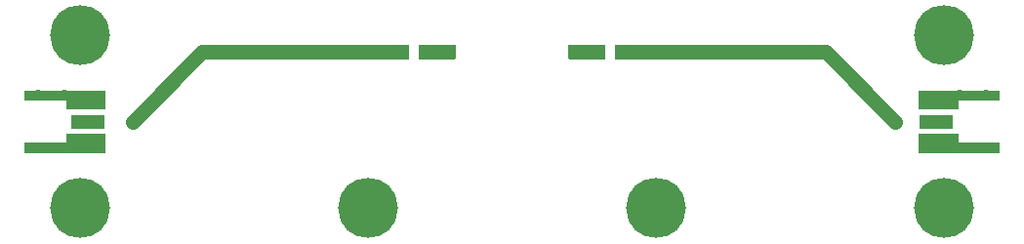
<source format=gts>
G04*
G04 #@! TF.GenerationSoftware,Altium Limited,Altium Designer,21.4.1 (30)*
G04*
G04 Layer_Color=8388736*
%FSLAX25Y25*%
%MOIN*%
G70*
G04*
G04 #@! TF.SameCoordinates,35213D09-E783-4A94-B544-0D3754CD514C*
G04*
G04*
G04 #@! TF.FilePolarity,Negative*
G04*
G01*
G75*
%ADD12R,0.11824X0.05131*%
%ADD13R,0.01800X0.01800*%
%ADD14C,0.05131*%
%ADD15C,0.20485*%
G36*
X214611Y75594D02*
X214663Y75584D01*
X214713Y75567D01*
X214759Y75544D01*
X214803Y75515D01*
X214843Y75480D01*
X214877Y75441D01*
X214906Y75397D01*
X214929Y75350D01*
X214946Y75301D01*
X214956Y75249D01*
X214960Y75197D01*
Y70866D01*
X214956Y70814D01*
X214946Y70762D01*
X214929Y70713D01*
X214906Y70666D01*
X214877Y70622D01*
X214843Y70583D01*
X214803Y70548D01*
X214759Y70519D01*
X214713Y70496D01*
X214663Y70479D01*
X214611Y70469D01*
X214559Y70465D01*
X202748D01*
X202696Y70469D01*
X202644Y70479D01*
X202595Y70496D01*
X202548Y70519D01*
X202504Y70548D01*
X202465Y70583D01*
X202430Y70622D01*
X202401Y70666D01*
X202378Y70713D01*
X202361Y70762D01*
X202351Y70814D01*
X202347Y70866D01*
Y75197D01*
X202351Y75249D01*
X202361Y75301D01*
X202378Y75350D01*
X202401Y75397D01*
X202430Y75441D01*
X202465Y75480D01*
X202504Y75515D01*
X202548Y75544D01*
X202595Y75567D01*
X202644Y75584D01*
X202696Y75594D01*
X202748Y75598D01*
X214559D01*
X214611Y75594D01*
D02*
G37*
G36*
X198863D02*
X198915Y75584D01*
X198964Y75567D01*
X199012Y75544D01*
X199055Y75515D01*
X199094Y75480D01*
X199129Y75441D01*
X199158Y75397D01*
X199181Y75350D01*
X199198Y75301D01*
X199208Y75249D01*
X199212Y75197D01*
Y70866D01*
X199208Y70814D01*
X199198Y70762D01*
X199181Y70713D01*
X199158Y70666D01*
X199129Y70622D01*
X199094Y70583D01*
X199055Y70548D01*
X199012Y70519D01*
X198964Y70496D01*
X198915Y70479D01*
X198863Y70469D01*
X198811Y70465D01*
X187000D01*
X186948Y70469D01*
X186896Y70479D01*
X186847Y70496D01*
X186800Y70519D01*
X186756Y70548D01*
X186717Y70583D01*
X186682Y70622D01*
X186653Y70666D01*
X186630Y70713D01*
X186613Y70762D01*
X186603Y70814D01*
X186599Y70866D01*
Y75197D01*
X186603Y75249D01*
X186613Y75301D01*
X186630Y75350D01*
X186653Y75397D01*
X186682Y75441D01*
X186717Y75480D01*
X186756Y75515D01*
X186800Y75544D01*
X186847Y75567D01*
X186896Y75584D01*
X186948Y75594D01*
X187000Y75598D01*
X198811D01*
X198863Y75594D01*
D02*
G37*
G36*
X147690D02*
X147742Y75584D01*
X147791Y75567D01*
X147838Y75544D01*
X147882Y75515D01*
X147921Y75480D01*
X147956Y75441D01*
X147985Y75397D01*
X148008Y75350D01*
X148025Y75301D01*
X148035Y75249D01*
X148039Y75197D01*
Y70866D01*
X148035Y70814D01*
X148025Y70762D01*
X148008Y70713D01*
X147985Y70666D01*
X147956Y70622D01*
X147921Y70583D01*
X147882Y70548D01*
X147838Y70519D01*
X147791Y70496D01*
X147742Y70479D01*
X147690Y70469D01*
X147638Y70465D01*
X135827D01*
X135775Y70469D01*
X135723Y70479D01*
X135673Y70496D01*
X135626Y70519D01*
X135583Y70548D01*
X135543Y70583D01*
X135509Y70622D01*
X135480Y70666D01*
X135456Y70713D01*
X135440Y70762D01*
X135429Y70814D01*
X135426Y70866D01*
Y75197D01*
X135429Y75249D01*
X135440Y75301D01*
X135456Y75350D01*
X135480Y75397D01*
X135509Y75441D01*
X135543Y75480D01*
X135583Y75515D01*
X135626Y75544D01*
X135673Y75567D01*
X135723Y75584D01*
X135775Y75594D01*
X135827Y75598D01*
X147638D01*
X147690Y75594D01*
D02*
G37*
G36*
X131942D02*
X131993Y75584D01*
X132043Y75567D01*
X132090Y75544D01*
X132134Y75515D01*
X132173Y75480D01*
X132208Y75441D01*
X132237Y75397D01*
X132260Y75350D01*
X132277Y75301D01*
X132287Y75249D01*
X132291Y75197D01*
Y70866D01*
X132287Y70814D01*
X132277Y70762D01*
X132260Y70713D01*
X132237Y70666D01*
X132208Y70622D01*
X132173Y70583D01*
X132134Y70548D01*
X132090Y70519D01*
X132043Y70496D01*
X131993Y70479D01*
X131942Y70469D01*
X131890Y70465D01*
X120079D01*
X120026Y70469D01*
X119975Y70479D01*
X119925Y70496D01*
X119878Y70519D01*
X119835Y70548D01*
X119795Y70583D01*
X119761Y70622D01*
X119732Y70666D01*
X119708Y70713D01*
X119692Y70762D01*
X119681Y70814D01*
X119678Y70866D01*
Y75197D01*
X119681Y75249D01*
X119692Y75301D01*
X119708Y75350D01*
X119732Y75397D01*
X119761Y75441D01*
X119795Y75480D01*
X119835Y75515D01*
X119878Y75544D01*
X119925Y75567D01*
X119975Y75584D01*
X120026Y75594D01*
X120079Y75598D01*
X131890D01*
X131942Y75594D01*
D02*
G37*
G36*
X333839Y56299D02*
X319665D01*
Y53347D01*
X306279D01*
Y59842D01*
X333839D01*
Y56299D01*
D02*
G37*
G36*
X28366Y53347D02*
X14980D01*
Y56299D01*
X807D01*
Y59842D01*
X28366D01*
Y53347D01*
D02*
G37*
G36*
X319665Y42126D02*
X333839D01*
Y38583D01*
X306279D01*
Y45079D01*
X319665D01*
Y42126D01*
D02*
G37*
G36*
X28366Y38583D02*
X807D01*
Y42126D01*
X14980D01*
Y45079D01*
X28366D01*
Y38583D01*
D02*
G37*
D12*
X22461Y49213D02*
D03*
X312185Y49213D02*
D03*
D13*
X14547Y38976D02*
D03*
X5492D02*
D03*
Y59449D02*
D03*
X14547D02*
D03*
X320098Y38976D02*
D03*
X329154D02*
D03*
Y59449D02*
D03*
X320098D02*
D03*
D14*
X61532Y73032D02*
X120079D01*
X37713Y49213D02*
X61532Y73032D01*
X274468D02*
X298287Y49213D01*
X214559Y73032D02*
X274468D01*
D15*
X314961Y78740D02*
D03*
X19685D02*
D03*
X314961Y19685D02*
D03*
X216535D02*
D03*
X118110D02*
D03*
X19685D02*
D03*
M02*

</source>
